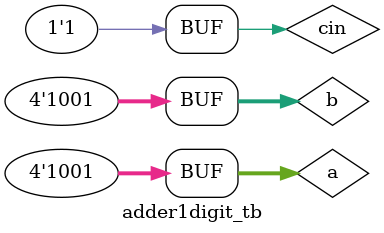
<source format=v>
module adder1digit (a, b, cin, s, cout);
input [3:0] a, b;
input cin;
output reg [3:0] s;
output reg cout;
reg [4:0] partial_sum;

always @* begin
    partial_sum = a + b + cin;
    if (partial_sum > 9) partial_sum = partial_sum + 6;
    s = partial_sum[3:0];
    cout = partial_sum[4];
end

endmodule

module adder1digit_tb;
    reg [3:0] a, b;
    reg cin;
    wire [3:0] s1, s2;
    wire cout1, cout2;

    adder1digit dut1 (a, b, cin, s1, cout1);

    initial begin
        $display("cin | a | b | cout1 | sum1 | cout2 | sum2 ");
        $monitor("%3b | %0d | %0d | %5b | %b | %5b | %b", cin, a, b, cout1, s1, cout2, s2);
        a = 1; b = 2; cin = 0;
        #1 a = 3; b = 4; cin = 1;
        #1 a = 4; b = 5; cin = 0;
        #1 a = 6; b = 7; cin = 0;
        #1 a = 9; b = 9; cin = 1;
    end
endmodule
</source>
